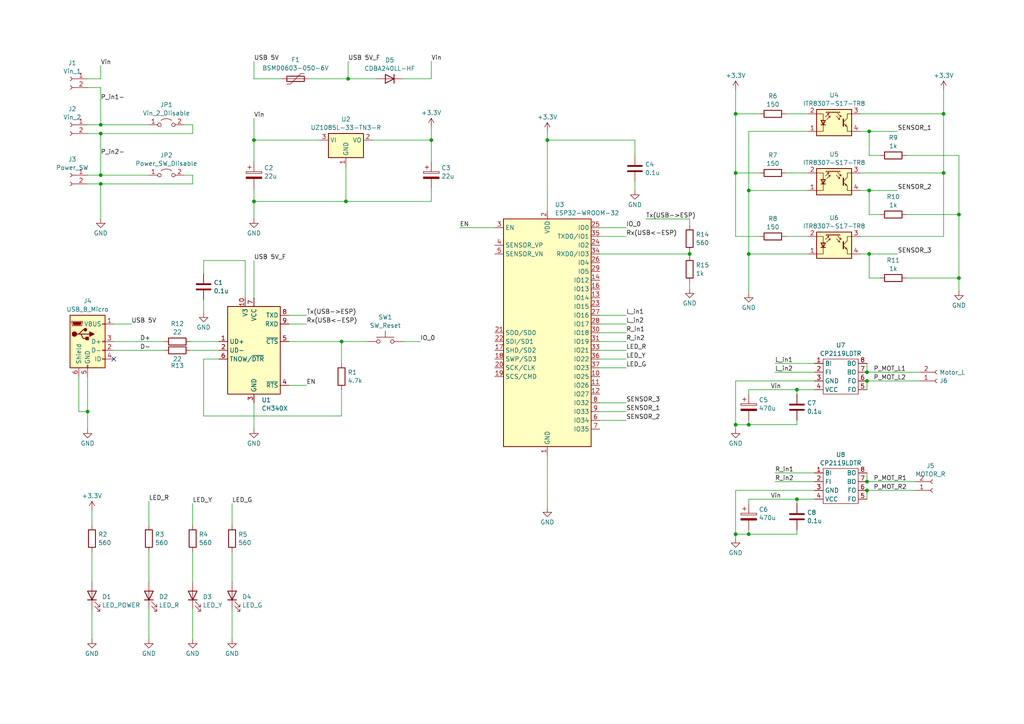
<source format=kicad_sch>
(kicad_sch (version 20230121) (generator eeschema)
  (paper "A4")
  (lib_symbols
    (symbol "Connector:Conn_01x02_Socket" (pin_names (offset 1.016) hide)
      (property "Reference" "J" (at 0 2.54 0))
      (property "Value" "Conn_01x02_Socket" (at 0 -5.08 0))
      (symbol "Conn_01x02_Socket_1_1"
        (arc (start 0 -2.032) (mid -0.5058 -2.54) (end 0 -3.048) (stroke (width 0.1524)))
        (polyline (pts (xy -1.27 -2.54) (xy -0.508 -2.54)) (stroke (width 0.1524)))
        (polyline (pts (xy -1.27 0) (xy -0.508 0)) (stroke (width 0.1524)))
        (arc (start 0 0.508) (mid -0.5058 0) (end 0 -0.508) (stroke (width 0.1524)))
        (pin passive line (at -5.08 0 0) (length 3.81) (name "Pin_1") (number "1"))
        (pin passive line (at -5.08 -2.54 0) (length 3.81) (name "Pin_2") (number "2"))
      )
    )
    (symbol "Connector:USB_B_Micro" (pin_names (offset 1.016))
      (property "Reference" "J" (at -5.08 11.43 0))
      (property "Value" "USB_B_Micro" (at -5.08 8.89 0))
      (symbol "USB_B_Micro_0_1"
        (rectangle (start -5.08 -7.62) (end 5.08 7.62) (stroke (width 0.254)) (fill (type background)))
        (circle (center -3.81 2.159) (radius 0.635) (stroke (width 0.254)) (fill (type outline)))
        (circle (center -0.635 3.429) (radius 0.381) (stroke (width 0.254)) (fill (type outline)))
        (rectangle (start -0.127 -7.62) (end 0.127 -6.858))
        (polyline (pts (xy -1.905 2.159) (xy 0.635 2.159)) (stroke (width 0.254)))
        (polyline (pts (xy -3.175 2.159) (xy -2.54 2.159) (xy -1.27 3.429) (xy -0.635 3.429)) (stroke (width 0.254)))
        (polyline (pts (xy -2.54 2.159) (xy -1.905 2.159) (xy -1.27 0.889) (xy 0 0.889)) (stroke (width 0.254)))
        (polyline (pts (xy 0.635 2.794) (xy 0.635 1.524) (xy 1.905 2.159) (xy 0.635 2.794)) (stroke (width 0.254)) (fill (type outline)))
        (polyline (pts (xy -4.318 5.588) (xy -1.778 5.588) (xy -2.032 4.826) (xy -4.064 4.826) (xy -4.318 5.588)) (fill (type outline)))
        (polyline (pts (xy -4.699 5.842) (xy -4.699 5.588) (xy -4.445 4.826) (xy -4.445 4.572) (xy -1.651 4.572) (xy -1.651 4.826) (xy -1.397 5.588) (xy -1.397 5.842) (xy -4.699 5.842)))
        (rectangle (start 0.254 1.27) (end -0.508 0.508) (stroke (width 0.254)) (fill (type outline)))
        (rectangle (start 5.08 -5.207) (end 4.318 -4.953))
        (rectangle (start 5.08 -2.667) (end 4.318 -2.413))
        (rectangle (start 5.08 -0.127) (end 4.318 0.127))
        (rectangle (start 5.08 4.953) (end 4.318 5.207))
      )
      (symbol "USB_B_Micro_1_1"
        (pin power_out line (at 7.62 5.08 180) (length 2.54) (name "VBUS") (number "1"))
        (pin bidirectional line (at 7.62 -2.54 180) (length 2.54) (name "D-") (number "2"))
        (pin bidirectional line (at 7.62 0 180) (length 2.54) (name "D+") (number "3"))
        (pin passive line (at 7.62 -5.08 180) (length 2.54) (name "ID") (number "4"))
        (pin power_out line (at 0 -10.16 90) (length 2.54) (name "GND") (number "5"))
        (pin passive line (at -2.54 -10.16 90) (length 2.54) (name "Shield") (number "6"))
      )
    )
    (symbol "Device:C" (pin_numbers hide) (pin_names (offset 0.254))
      (property "Reference" "C" (at 0.635 2.54 0))
      (property "Value" "C" (at 0.635 -2.54 0))
      (symbol "C_0_1"
        (polyline (pts (xy -2.032 -0.762) (xy 2.032 -0.762)) (stroke (width 0.508)))
        (polyline (pts (xy -2.032 0.762) (xy 2.032 0.762)) (stroke (width 0.508)))
      )
      (symbol "C_1_1"
        (pin passive line (at 0 3.81 270) (length 2.794) (name "~") (number "1"))
        (pin passive line (at 0 -3.81 90) (length 2.794) (name "~") (number "2"))
      )
    )
    (symbol "Device:C_Polarized" (pin_numbers hide) (pin_names (offset 0.254))
      (property "Reference" "C" (at 0.635 2.54 0))
      (property "Value" "C_Polarized" (at 0.635 -2.54 0))
      (symbol "C_Polarized_0_1"
        (rectangle (start -2.286 0.508) (end 2.286 1.016))
        (polyline (pts (xy -1.778 2.286) (xy -0.762 2.286)))
        (polyline (pts (xy -1.27 2.794) (xy -1.27 1.778)))
        (rectangle (start 2.286 -0.508) (end -2.286 -1.016) (fill (type outline)))
      )
      (symbol "C_Polarized_1_1"
        (pin passive line (at 0 3.81 270) (length 2.794) (name "~") (number "1"))
        (pin passive line (at 0 -3.81 90) (length 2.794) (name "~") (number "2"))
      )
    )
    (symbol "Device:D" (pin_numbers hide) (pin_names (offset 1.016) hide)
      (property "Reference" "D" (at 0 2.54 0))
      (property "Value" "D" (at 0 -2.54 0))
      (symbol "D_0_1"
        (polyline (pts (xy -1.27 1.27) (xy -1.27 -1.27)) (stroke (width 0.254)))
        (polyline (pts (xy 1.27 0) (xy -1.27 0)))
        (polyline (pts (xy 1.27 1.27) (xy 1.27 -1.27) (xy -1.27 0) (xy 1.27 1.27)) (stroke (width 0.254)))
      )
      (symbol "D_1_1"
        (pin passive line (at -3.81 0 0) (length 2.54) (name "K") (number "1"))
        (pin passive line (at 3.81 0 180) (length 2.54) (name "A") (number "2"))
      )
    )
    (symbol "Device:LED" (pin_numbers hide) (pin_names (offset 1.016) hide)
      (property "Reference" "D" (at 0 2.54 0))
      (property "Value" "LED" (at 0 -2.54 0))
      (symbol "LED_0_1"
        (polyline (pts (xy -1.27 -1.27) (xy -1.27 1.27)) (stroke (width 0.254)))
        (polyline (pts (xy -1.27 0) (xy 1.27 0)))
        (polyline (pts (xy 1.27 -1.27) (xy 1.27 1.27) (xy -1.27 0) (xy 1.27 -1.27)) (stroke (width 0.254)))
        (polyline (pts (xy -3.048 -0.762) (xy -4.572 -2.286) (xy -3.81 -2.286) (xy -4.572 -2.286) (xy -4.572 -1.524)))
        (polyline (pts (xy -1.778 -0.762) (xy -3.302 -2.286) (xy -2.54 -2.286) (xy -3.302 -2.286) (xy -3.302 -1.524)))
      )
      (symbol "LED_1_1"
        (pin passive line (at -3.81 0 0) (length 2.54) (name "K") (number "1"))
        (pin passive line (at 3.81 0 180) (length 2.54) (name "A") (number "2"))
      )
    )
    (symbol "Device:Polyfuse" (pin_numbers hide) (pin_names (offset 0))
      (property "Reference" "F" (at -2.54 0 90))
      (property "Value" "Polyfuse" (at 2.54 0 90))
      (symbol "Polyfuse_0_1"
        (rectangle (start -0.762 2.54) (end 0.762 -2.54) (stroke (width 0.254)))
        (polyline (pts (xy 0 2.54) (xy 0 -2.54)))
        (polyline (pts (xy -1.524 2.54) (xy -1.524 1.524) (xy 1.524 -1.524) (xy 1.524 -2.54)))
      )
      (symbol "Polyfuse_1_1"
        (pin passive line (at 0 3.81 270) (length 1.27) (name "~") (number "1"))
        (pin passive line (at 0 -3.81 90) (length 1.27) (name "~") (number "2"))
      )
    )
    (symbol "Device:R" (pin_numbers hide) (pin_names (offset 0))
      (property "Reference" "R" (at 2.032 0 90))
      (property "Value" "R" (at 0 0 90))
      (symbol "R_0_1"
        (rectangle (start -1.016 -2.54) (end 1.016 2.54) (stroke (width 0.254)))
      )
      (symbol "R_1_1"
        (pin passive line (at 0 3.81 270) (length 1.27) (name "~") (number "1"))
        (pin passive line (at 0 -3.81 90) (length 1.27) (name "~") (number "2"))
      )
    )
    (symbol "Interface_USB:CH340X"
      (property "Reference" "U" (at -5.08 13.97 0))
      (property "Value" "CH340X" (at 1.27 13.97 0))
      (symbol "CH340X_0_1"
        (rectangle (start -7.62 12.7) (end 7.62 -12.7) (stroke (width 0.254)) (fill (type background)))
      )
      (symbol "CH340X_1_1"
        (pin bidirectional line (at -10.16 2.54 0) (length 2.54) (name "UD+") (number "1"))
        (pin passive line (at -2.54 15.24 270) (length 2.54) (name "V3") (number "10"))
        (pin bidirectional line (at -10.16 0 0) (length 2.54) (name "UD-") (number "2"))
        (pin power_in line (at 0 -15.24 90) (length 2.54) (name "GND") (number "3"))
        (pin output line (at 10.16 -10.16 180) (length 2.54) (name "~{RTS}") (number "4"))
        (pin input line (at 10.16 2.54 180) (length 2.54) (name "~{CTS}") (number "5"))
        (pin output line (at -10.16 -2.54 0) (length 2.54) (name "TNOW/~{DTR}") (number "6"))
        (pin power_in line (at 0 15.24 270) (length 2.54) (name "VCC") (number "7"))
        (pin output line (at 10.16 10.16 180) (length 2.54) (name "TXD") (number "8"))
        (pin input line (at 10.16 7.62 180) (length 2.54) (name "RXD") (number "9"))
      )
    )
    (symbol "Jumper:Jumper_2_Open" (pin_names (offset 0) hide)
      (property "Reference" "JP" (at 0 2.794 0))
      (property "Value" "Jumper_2_Open" (at 0 -2.286 0))
      (symbol "Jumper_2_Open_0_0"
        (circle (center -2.032 0) (radius 0.508))
        (circle (center 2.032 0) (radius 0.508))
      )
      (symbol "Jumper_2_Open_0_1"
        (arc (start 1.524 1.27) (mid 0 1.778) (end -1.524 1.27))
      )
      (symbol "Jumper_2_Open_1_1"
        (pin passive line (at -5.08 0 0) (length 2.54) (name "A") (number "1"))
        (pin passive line (at 5.08 0 180) (length 2.54) (name "B") (number "2"))
      )
    )
    (symbol "RF_Module:ESP32-WROOM-32"
      (property "Reference" "U" (at -12.7 34.29 0))
      (property "Value" "ESP32-WROOM-32" (at 1.27 34.29 0))
      (symbol "ESP32-WROOM-32_0_1"
        (rectangle (start -12.7 33.02) (end 12.7 -33.02) (stroke (width 0.254)) (fill (type background)))
      )
      (symbol "ESP32-WROOM-32_1_1"
        (pin power_in line (at 0 -35.56 90) (length 2.54) (name "GND") (number "1"))
        (pin bidirectional line (at 15.24 -12.7 180) (length 2.54) (name "IO25") (number "10"))
        (pin bidirectional line (at 15.24 -15.24 180) (length 2.54) (name "IO26") (number "11"))
        (pin bidirectional line (at 15.24 -17.78 180) (length 2.54) (name "IO27") (number "12"))
        (pin bidirectional line (at 15.24 10.16 180) (length 2.54) (name "IO14") (number "13"))
        (pin bidirectional line (at 15.24 15.24 180) (length 2.54) (name "IO12") (number "14"))
        (pin passive line (at 0 -35.56 90) (length 2.54) hide (name "GND") (number "15"))
        (pin bidirectional line (at 15.24 12.7 180) (length 2.54) (name "IO13") (number "16"))
        (pin bidirectional line (at -15.24 -5.08 0) (length 2.54) (name "SHD/SD2") (number "17"))
        (pin bidirectional line (at -15.24 -7.62 0) (length 2.54) (name "SWP/SD3") (number "18"))
        (pin bidirectional line (at -15.24 -12.7 0) (length 2.54) (name "SCS/CMD") (number "19"))
        (pin power_in line (at 0 35.56 270) (length 2.54) (name "VDD") (number "2"))
        (pin bidirectional line (at -15.24 -10.16 0) (length 2.54) (name "SCK/CLK") (number "20"))
        (pin bidirectional line (at -15.24 0 0) (length 2.54) (name "SDO/SD0") (number "21"))
        (pin bidirectional line (at -15.24 -2.54 0) (length 2.54) (name "SDI/SD1") (number "22"))
        (pin bidirectional line (at 15.24 7.62 180) (length 2.54) (name "IO15") (number "23"))
        (pin bidirectional line (at 15.24 25.4 180) (length 2.54) (name "IO2") (number "24"))
        (pin bidirectional line (at 15.24 30.48 180) (length 2.54) (name "IO0") (number "25"))
        (pin bidirectional line (at 15.24 20.32 180) (length 2.54) (name "IO4") (number "26"))
        (pin bidirectional line (at 15.24 5.08 180) (length 2.54) (name "IO16") (number "27"))
        (pin bidirectional line (at 15.24 2.54 180) (length 2.54) (name "IO17") (number "28"))
        (pin bidirectional line (at 15.24 17.78 180) (length 2.54) (name "IO5") (number "29"))
        (pin input line (at -15.24 30.48 0) (length 2.54) (name "EN") (number "3"))
        (pin bidirectional line (at 15.24 0 180) (length 2.54) (name "IO18") (number "30"))
        (pin bidirectional line (at 15.24 -2.54 180) (length 2.54) (name "IO19") (number "31"))
        (pin no_connect line (at -12.7 -27.94 0) (length 2.54) hide (name "NC") (number "32"))
        (pin bidirectional line (at 15.24 -5.08 180) (length 2.54) (name "IO21") (number "33"))
        (pin bidirectional line (at 15.24 22.86 180) (length 2.54) (name "RXD0/IO3") (number "34"))
        (pin bidirectional line (at 15.24 27.94 180) (length 2.54) (name "TXD0/IO1") (number "35"))
        (pin bidirectional line (at 15.24 -7.62 180) (length 2.54) (name "IO22") (number "36"))
        (pin bidirectional line (at 15.24 -10.16 180) (length 2.54) (name "IO23") (number "37"))
        (pin passive line (at 0 -35.56 90) (length 2.54) hide (name "GND") (number "38"))
        (pin passive line (at 0 -35.56 90) (length 2.54) hide (name "GND") (number "39"))
        (pin input line (at -15.24 25.4 0) (length 2.54) (name "SENSOR_VP") (number "4"))
        (pin input line (at -15.24 22.86 0) (length 2.54) (name "SENSOR_VN") (number "5"))
        (pin input line (at 15.24 -25.4 180) (length 2.54) (name "IO34") (number "6"))
        (pin input line (at 15.24 -27.94 180) (length 2.54) (name "IO35") (number "7"))
        (pin bidirectional line (at 15.24 -20.32 180) (length 2.54) (name "IO32") (number "8"))
        (pin bidirectional line (at 15.24 -22.86 180) (length 2.54) (name "IO33") (number "9"))
      )
    )
    (symbol "Regulator_Linear:AP1117-33"
      (property "Reference" "U" (at -3.81 3.175 0))
      (property "Value" "AP1117-33" (at 0 3.175 0))
      (symbol "AP1117-33_0_1"
        (rectangle (start -5.08 -5.08) (end 5.08 1.905) (stroke (width 0.254)) (fill (type background)))
      )
      (symbol "AP1117-33_1_1"
        (pin power_in line (at 0 -7.62 90) (length 2.54) (name "GND") (number "1"))
        (pin power_out line (at 7.62 0 180) (length 2.54) (name "VO") (number "2"))
        (pin power_in line (at -7.62 0 0) (length 2.54) (name "VI") (number "3"))
      )
    )
    (symbol "Sensor_Proximity:ITR8307-S17-TR8" (pin_names (offset 0.0254) hide)
      (property "Reference" "U" (at -3.81 5.08 0))
      (property "Value" "ITR8307-S17-TR8" (at 15.24 5.08 0))
      (symbol "ITR8307-S17-TR8_0_1"
        (polyline (pts (xy -3.81 -0.635) (xy -2.54 -0.635)) (stroke (width 0.254)))
        (polyline (pts (xy -2.286 2.921) (xy -2.032 3.175)))
        (polyline (pts (xy -1.778 2.921) (xy -1.524 3.175)))
        (polyline (pts (xy -1.524 2.667) (xy -1.651 2.159)))
        (polyline (pts (xy -1.27 2.921) (xy -1.016 3.175)))
        (polyline (pts (xy -1.143 1.905) (xy -1.27 1.397)))
        (polyline (pts (xy -0.762 2.921) (xy -0.508 3.175)))
        (polyline (pts (xy -0.254 2.921) (xy 0 3.175)))
        (polyline (pts (xy 0.254 2.921) (xy 0.508 3.175)))
        (polyline (pts (xy 0.762 2.921) (xy 1.016 3.175)))
        (polyline (pts (xy 1.27 2.921) (xy 1.524 3.175)))
        (polyline (pts (xy 1.651 0.889) (xy 1.143 1.016)))
        (polyline (pts (xy 1.778 2.921) (xy -2.413 2.921)))
        (polyline (pts (xy 2.032 1.651) (xy 1.524 1.778)))
        (polyline (pts (xy 2.667 -0.127) (xy 3.81 -1.27)))
        (polyline (pts (xy 2.667 0.127) (xy 3.81 1.27)))
        (polyline (pts (xy -2.54 1.651) (xy -1.524 2.667) (xy -2.032 2.54)))
        (polyline (pts (xy -2.159 0.889) (xy -1.143 1.905) (xy -1.651 1.778)))
        (polyline (pts (xy 0.635 1.905) (xy 1.651 0.889) (xy 1.524 1.397)))
        (polyline (pts (xy 1.016 2.667) (xy 2.032 1.651) (xy 1.905 2.159)))
        (polyline (pts (xy 2.667 1.016) (xy 2.667 -1.016) (xy 2.667 -1.016)) (stroke (width 0.3556)))
        (polyline (pts (xy 3.81 -1.27) (xy 3.81 -2.54) (xy 5.08 -2.54)))
        (polyline (pts (xy 3.81 1.27) (xy 3.81 2.54) (xy 5.08 2.54)))
        (polyline (pts (xy -5.08 -2.54) (xy -3.175 -2.54) (xy -3.175 2.54) (xy -5.08 2.54)))
        (polyline (pts (xy -3.175 -0.635) (xy -3.81 0.635) (xy -2.54 0.635) (xy -3.175 -0.635)) (stroke (width 0.254)))
        (polyline (pts (xy 3.683 -1.143) (xy 3.429 -0.635) (xy 3.175 -0.889) (xy 3.683 -1.143)))
        (polyline (pts (xy -5.08 -3.81) (xy 5.08 -3.81) (xy 5.08 3.81) (xy -5.08 3.81) (xy -5.08 -3.81)) (stroke (width 0.254)) (fill (type background)))
      )
      (symbol "ITR8307-S17-TR8_1_1"
        (pin passive line (at -7.62 -2.54 0) (length 2.54) (name "K") (number "1"))
        (pin passive line (at -7.62 2.54 0) (length 2.54) (name "A") (number "2"))
        (pin open_collector line (at 7.62 2.54 180) (length 2.54) (name "~") (number "3"))
        (pin open_emitter line (at 7.62 -2.54 180) (length 2.54) (name "~") (number "4"))
      )
    )
    (symbol "Switch:SW_Omron_B3FS" (pin_numbers hide) (pin_names (offset 1.016) hide)
      (property "Reference" "SW" (at 1.27 2.54 0))
      (property "Value" "SW_Omron_B3FS" (at 0 -1.524 0))
      (symbol "SW_Omron_B3FS_0_1"
        (circle (center -2.032 0) (radius 0.508))
        (polyline (pts (xy 0 1.27) (xy 0 3.048)))
        (polyline (pts (xy 2.54 1.27) (xy -2.54 1.27)))
        (circle (center 2.032 0) (radius 0.508))
        (pin passive line (at -5.08 0 0) (length 2.54) (name "1") (number "1"))
        (pin passive line (at 5.08 0 180) (length 2.54) (name "2") (number "2"))
      )
    )
    (symbol "YY_LCSC:CP2119LDTR"
      (property "Reference" "U" (at -5.08 -8.89 0))
      (property "Value" "CP2119LDTR" (at -5.08 -6.35 0))
      (symbol "CP2119LDTR_0_1"
        (rectangle (start -5.08 5.08) (end 5.08 -5.08))
      )
      (symbol "CP2119LDTR_1_1"
        (pin input line (at -7.62 3.81 0) (length 2.54) (name "BI") (number "1"))
        (pin input line (at -7.62 1.27 0) (length 2.54) (name "FI") (number "2"))
        (pin input line (at -7.62 -1.27 0) (length 2.54) (name "GND") (number "3"))
        (pin input line (at -7.62 -3.81 0) (length 2.54) (name "VCC") (number "4"))
        (pin input line (at 7.62 -3.81 180) (length 2.54) (name "FO") (number "5"))
        (pin input line (at 7.62 -1.27 180) (length 2.54) (name "FO") (number "6"))
        (pin input line (at 7.62 1.27 180) (length 2.54) (name "BO") (number "7"))
        (pin input line (at 7.62 3.81 180) (length 2.54) (name "BO") (number "8"))
      )
    )
    (symbol "power:+3.3V" (power) (pin_names (offset 0))
      (property "Value" "+3.3V" (at 0 3.556 0))
      (symbol "+3.3V_0_1"
        (polyline (pts (xy -0.762 1.27) (xy 0 2.54)))
        (polyline (pts (xy 0 0) (xy 0 2.54)))
        (polyline (pts (xy 0 2.54) (xy 0.762 1.27)))
      )
      (symbol "+3.3V_1_1"
        (pin power_in line (at 0 0 90) (length 0) hide (name "+3.3V") (number "1"))
      )
    )
    (symbol "power:GND" (power) (pin_names (offset 0))
      (property "Value" "GND" (at 0 -3.81 0))
      (symbol "GND_0_1"
        (polyline (pts (xy 0 0) (xy 0 -1.27) (xy 1.27 -1.27) (xy 0 -2.54) (xy -1.27 -1.27) (xy 0 -1.27)))
      )
      (symbol "GND_1_1"
        (pin power_in line (at 0 0 270) (length 0) hide (name "GND") (number "1"))
      )
    )
  )
  (junction (at 29.21 50.8))
  (junction (at 213.36 33.02))
  (junction (at 278.13 80.645))
  (junction (at 158.75 40.64))
  (junction (at 217.17 55.245))
  (junction (at 231.14 113.03))
  (junction (at 251.46 139.7))
  (junction (at 251.46 142.24))
  (junction (at 251.46 110.49))
  (junction (at 252.095 73.66))
  (junction (at 73.66 40.64))
  (junction (at 273.685 50.165))
  (junction (at 99.06 99.06))
  (junction (at 29.21 38.735))
  (junction (at 29.21 36.195))
  (junction (at 100.965 22.86))
  (junction (at 100.33 58.42))
  (junction (at 231.14 144.78))
  (junction (at 25.4 119.38))
  (junction (at 29.21 53.34))
  (junction (at 252.095 38.1))
  (junction (at 125.095 40.64))
  (junction (at 200.025 73.66))
  (junction (at 251.46 107.95))
  (junction (at 252.095 55.245))
  (junction (at 217.17 73.66))
  (junction (at 217.17 154.94))
  (junction (at 213.36 123.19))
  (junction (at 273.685 33.02))
  (junction (at 213.36 154.94))
  (junction (at 278.13 62.23))
  (junction (at 73.66 58.42))
  (junction (at 213.36 50.165))
  (junction (at 217.17 123.19))
  (no_connect (at 33.02 104.14))
  (wire (pts (xy 73.66 40.64) (xy 73.66 46.99)))
  (wire (pts (xy 217.17 123.19) (xy 213.36 123.19)))
  (wire (pts (xy 173.99 91.44) (xy 181.61 91.44)))
  (wire (pts (xy 227.965 50.165) (xy 234.315 50.165)))
  (wire (pts (xy 29.21 50.8) (xy 25.4 50.8)))
  (wire (pts (xy 89.535 22.86) (xy 100.965 22.86)))
  (wire (pts (xy 22.86 109.22) (xy 22.86 119.38)))
  (wire (pts (xy 125.095 22.86) (xy 125.095 17.78)))
  (wire (pts (xy 231.14 154.94) (xy 217.17 154.94)))
  (wire (pts (xy 43.18 176.53) (xy 43.18 185.42)))
  (wire (pts (xy 262.89 80.645) (xy 278.13 80.645)))
  (wire (pts (xy 173.99 101.6) (xy 181.61 101.6)))
  (wire (pts (xy 231.14 153.67) (xy 231.14 154.94)))
  (wire (pts (xy 59.055 120.65) (xy 99.06 120.65)))
  (wire (pts (xy 63.5 104.14) (xy 59.055 104.14)))
  (wire (pts (xy 213.36 26.035) (xy 213.36 33.02)))
  (wire (pts (xy 26.67 176.53) (xy 26.67 185.42)))
  (wire (pts (xy 29.21 38.735) (xy 55.88 38.735)))
  (wire (pts (xy 59.055 104.14) (xy 59.055 120.65)))
  (wire (pts (xy 67.31 176.53) (xy 67.31 185.42)))
  (wire (pts (xy 173.99 121.92) (xy 181.61 121.92)))
  (wire (pts (xy 133.35 66.04) (xy 143.51 66.04)))
  (wire (pts (xy 234.315 38.1) (xy 217.17 38.1)))
  (wire (pts (xy 125.095 58.42) (xy 100.33 58.42)))
  (wire (pts (xy 249.555 68.58) (xy 273.685 68.58)))
  (wire (pts (xy 266.7 107.95) (xy 251.46 107.95)))
  (wire (pts (xy 73.66 116.84) (xy 73.66 124.46)))
  (wire (pts (xy 83.82 91.44) (xy 88.9 91.44)))
  (wire (pts (xy 278.13 62.23) (xy 278.13 80.645)))
  (wire (pts (xy 22.86 119.38) (xy 25.4 119.38)))
  (wire (pts (xy 29.21 50.8) (xy 43.18 50.8)))
  (wire (pts (xy 224.79 107.95) (xy 236.22 107.95)))
  (wire (pts (xy 217.17 38.1) (xy 217.17 55.245)))
  (wire (pts (xy 217.17 144.78) (xy 217.17 146.05)))
  (wire (pts (xy 252.095 45.085) (xy 252.095 38.1)))
  (wire (pts (xy 173.99 106.68) (xy 181.61 106.68)))
  (wire (pts (xy 213.36 110.49) (xy 213.36 123.19)))
  (wire (pts (xy 217.17 113.03) (xy 217.17 114.3)))
  (wire (pts (xy 213.36 123.19) (xy 213.36 124.46)))
  (wire (pts (xy 252.095 38.1) (xy 260.35 38.1)))
  (wire (pts (xy 29.21 53.34) (xy 29.21 63.5)))
  (wire (pts (xy 251.46 139.7) (xy 251.46 137.16)))
  (wire (pts (xy 265.43 139.7) (xy 251.46 139.7)))
  (wire (pts (xy 173.99 66.04) (xy 181.61 66.04)))
  (wire (pts (xy 59.055 86.995) (xy 59.055 90.805)))
  (wire (pts (xy 252.095 55.245) (xy 260.35 55.245)))
  (wire (pts (xy 251.46 107.95) (xy 251.46 105.41)))
  (wire (pts (xy 200.025 63.5) (xy 200.025 65.405)))
  (wire (pts (xy 99.06 120.65) (xy 99.06 113.03)))
  (wire (pts (xy 187.325 63.5) (xy 200.025 63.5)))
  (wire (pts (xy 25.4 109.22) (xy 25.4 119.38)))
  (wire (pts (xy 224.79 105.41) (xy 236.22 105.41)))
  (wire (pts (xy 73.66 22.86) (xy 81.915 22.86)))
  (wire (pts (xy 265.43 142.24) (xy 251.46 142.24)))
  (wire (pts (xy 53.34 50.8) (xy 55.88 50.8)))
  (wire (pts (xy 200.025 81.915) (xy 200.025 83.82)))
  (wire (pts (xy 213.36 110.49) (xy 236.22 110.49)))
  (wire (pts (xy 217.17 113.03) (xy 231.14 113.03)))
  (wire (pts (xy 73.66 58.42) (xy 73.66 63.5)))
  (wire (pts (xy 25.4 53.34) (xy 29.21 53.34)))
  (wire (pts (xy 255.27 62.23) (xy 252.095 62.23)))
  (wire (pts (xy 55.88 146.05) (xy 55.88 152.4)))
  (wire (pts (xy 231.14 113.03) (xy 236.22 113.03)))
  (wire (pts (xy 184.15 40.64) (xy 158.75 40.64)))
  (wire (pts (xy 249.555 50.165) (xy 273.685 50.165)))
  (wire (pts (xy 125.095 54.61) (xy 125.095 58.42)))
  (wire (pts (xy 71.12 75.565) (xy 59.055 75.565)))
  (wire (pts (xy 213.36 142.24) (xy 236.22 142.24)))
  (wire (pts (xy 173.99 116.84) (xy 181.61 116.84)))
  (wire (pts (xy 99.06 99.06) (xy 106.68 99.06)))
  (wire (pts (xy 55.88 36.195) (xy 55.88 38.735)))
  (wire (pts (xy 29.21 36.195) (xy 43.18 36.195)))
  (wire (pts (xy 213.36 50.165) (xy 213.36 68.58)))
  (wire (pts (xy 55.88 50.8) (xy 55.88 53.34)))
  (wire (pts (xy 249.555 55.245) (xy 252.095 55.245)))
  (wire (pts (xy 213.36 68.58) (xy 220.345 68.58)))
  (wire (pts (xy 262.89 45.085) (xy 278.13 45.085)))
  (wire (pts (xy 278.13 80.645) (xy 278.13 84.455)))
  (wire (pts (xy 200.025 73.025) (xy 200.025 73.66)))
  (wire (pts (xy 173.99 68.58) (xy 181.61 68.58)))
  (wire (pts (xy 251.46 142.24) (xy 251.46 144.78)))
  (wire (pts (xy 73.66 75.565) (xy 73.66 86.36)))
  (wire (pts (xy 100.33 48.26) (xy 100.33 58.42)))
  (wire (pts (xy 255.27 80.645) (xy 252.095 80.645)))
  (wire (pts (xy 213.36 154.94) (xy 213.36 156.21)))
  (wire (pts (xy 100.33 58.42) (xy 73.66 58.42)))
  (wire (pts (xy 73.66 17.78) (xy 73.66 22.86)))
  (wire (pts (xy 213.36 33.02) (xy 220.345 33.02)))
  (wire (pts (xy 33.02 99.06) (xy 47.625 99.06)))
  (wire (pts (xy 213.36 142.24) (xy 213.36 154.94)))
  (wire (pts (xy 73.66 40.64) (xy 92.71 40.64)))
  (wire (pts (xy 173.99 73.66) (xy 200.025 73.66)))
  (wire (pts (xy 173.99 99.06) (xy 181.61 99.06)))
  (wire (pts (xy 184.15 52.705) (xy 184.15 55.245)))
  (wire (pts (xy 231.14 123.19) (xy 217.17 123.19)))
  (wire (pts (xy 251.46 110.49) (xy 251.46 113.03)))
  (wire (pts (xy 227.965 33.02) (xy 234.315 33.02)))
  (wire (pts (xy 43.18 145.415) (xy 43.18 152.4)))
  (wire (pts (xy 173.99 104.14) (xy 181.61 104.14)))
  (wire (pts (xy 231.14 144.78) (xy 236.22 144.78)))
  (wire (pts (xy 29.21 22.86) (xy 25.4 22.86)))
  (wire (pts (xy 116.84 99.06) (xy 121.92 99.06)))
  (wire (pts (xy 217.17 144.78) (xy 231.14 144.78)))
  (wire (pts (xy 217.17 121.92) (xy 217.17 123.19)))
  (wire (pts (xy 273.685 50.165) (xy 273.685 68.58)))
  (wire (pts (xy 252.095 80.645) (xy 252.095 73.66)))
  (wire (pts (xy 55.88 176.53) (xy 55.88 185.42)))
  (wire (pts (xy 255.27 45.085) (xy 252.095 45.085)))
  (wire (pts (xy 173.99 96.52) (xy 181.61 96.52)))
  (wire (pts (xy 100.965 17.78) (xy 100.965 22.86)))
  (wire (pts (xy 29.21 25.4) (xy 29.21 36.195)))
  (wire (pts (xy 227.965 68.58) (xy 234.315 68.58)))
  (wire (pts (xy 55.88 160.02) (xy 55.88 168.91)))
  (wire (pts (xy 83.82 93.98) (xy 88.9 93.98)))
  (wire (pts (xy 200.025 73.66) (xy 200.025 74.295)))
  (wire (pts (xy 234.315 73.66) (xy 217.17 73.66)))
  (wire (pts (xy 33.02 93.98) (xy 38.1 93.98)))
  (wire (pts (xy 224.79 139.7) (xy 236.22 139.7)))
  (wire (pts (xy 29.21 53.34) (xy 55.88 53.34)))
  (wire (pts (xy 266.7 110.49) (xy 251.46 110.49)))
  (wire (pts (xy 107.95 40.64) (xy 125.095 40.64)))
  (wire (pts (xy 224.79 137.16) (xy 236.22 137.16)))
  (wire (pts (xy 25.4 38.735) (xy 29.21 38.735)))
  (wire (pts (xy 100.965 22.86) (xy 109.22 22.86)))
  (wire (pts (xy 99.06 105.41) (xy 99.06 99.06)))
  (wire (pts (xy 59.055 75.565) (xy 59.055 79.375)))
  (wire (pts (xy 217.17 73.66) (xy 217.17 85.09)))
  (wire (pts (xy 53.34 36.195) (xy 55.88 36.195)))
  (wire (pts (xy 158.75 38.1) (xy 158.75 40.64)))
  (wire (pts (xy 83.82 111.76) (xy 88.9 111.76)))
  (wire (pts (xy 273.685 33.02) (xy 273.685 50.165)))
  (wire (pts (xy 67.31 146.05) (xy 67.31 152.4)))
  (wire (pts (xy 29.21 36.195) (xy 25.4 36.195)))
  (wire (pts (xy 249.555 38.1) (xy 252.095 38.1)))
  (wire (pts (xy 217.17 55.245) (xy 217.17 73.66)))
  (wire (pts (xy 249.555 33.02) (xy 273.685 33.02)))
  (wire (pts (xy 173.99 119.38) (xy 181.61 119.38)))
  (wire (pts (xy 234.315 55.245) (xy 217.17 55.245)))
  (wire (pts (xy 213.36 50.165) (xy 220.345 50.165)))
  (wire (pts (xy 125.095 40.64) (xy 125.095 46.99)))
  (wire (pts (xy 262.89 62.23) (xy 278.13 62.23)))
  (wire (pts (xy 158.75 132.08) (xy 158.75 147.32)))
  (wire (pts (xy 213.36 33.02) (xy 213.36 50.165)))
  (wire (pts (xy 55.245 101.6) (xy 63.5 101.6)))
  (wire (pts (xy 29.21 19.05) (xy 29.21 22.86)))
  (wire (pts (xy 26.67 147.955) (xy 26.67 152.4)))
  (wire (pts (xy 83.82 99.06) (xy 99.06 99.06)))
  (wire (pts (xy 25.4 119.38) (xy 25.4 124.46)))
  (wire (pts (xy 273.685 33.02) (xy 273.685 26.035)))
  (wire (pts (xy 29.21 38.735) (xy 29.21 50.8)))
  (wire (pts (xy 73.66 34.29) (xy 73.66 40.64)))
  (wire (pts (xy 55.245 99.06) (xy 63.5 99.06)))
  (wire (pts (xy 252.095 73.66) (xy 260.35 73.66)))
  (wire (pts (xy 173.99 93.98) (xy 181.61 93.98)))
  (wire (pts (xy 73.66 58.42) (xy 73.66 54.61)))
  (wire (pts (xy 184.15 45.085) (xy 184.15 40.64)))
  (wire (pts (xy 25.4 25.4) (xy 29.21 25.4)))
  (wire (pts (xy 231.14 113.03) (xy 231.14 114.3)))
  (wire (pts (xy 43.18 160.02) (xy 43.18 168.91)))
  (wire (pts (xy 217.17 153.67) (xy 217.17 154.94)))
  (wire (pts (xy 125.095 36.83) (xy 125.095 40.64)))
  (wire (pts (xy 231.14 144.78) (xy 231.14 146.05)))
  (wire (pts (xy 158.75 40.64) (xy 158.75 60.96)))
  (wire (pts (xy 47.625 101.6) (xy 33.02 101.6)))
  (wire (pts (xy 252.095 62.23) (xy 252.095 55.245)))
  (wire (pts (xy 217.17 154.94) (xy 213.36 154.94)))
  (wire (pts (xy 67.31 160.02) (xy 67.31 168.91)))
  (wire (pts (xy 278.13 45.085) (xy 278.13 62.23)))
  (wire (pts (xy 231.14 121.92) (xy 231.14 123.19)))
  (wire (pts (xy 116.84 22.86) (xy 125.095 22.86)))
  (wire (pts (xy 26.67 160.02) (xy 26.67 168.91)))
  (wire (pts (xy 71.12 86.36) (xy 71.12 75.565)))
  (wire (pts (xy 249.555 73.66) (xy 252.095 73.66)))
  (label "LED_R" (at 43.18 145.415 0))
  (label "Vin" (at 223.52 144.78 0))
  (label "P_MOT_L1" (at 253.365 107.95 0))
  (label "Tx(USB->ESP)" (at 187.325 63.5 0))
  (label "SENSOR_3" (at 260.35 73.66 0))
  (label "Vin" (at 125.095 17.78 0))
  (label "IO_0" (at 121.92 99.06 0))
  (label "LED_Y" (at 181.61 104.14 0))
  (label "L_in1" (at 224.79 105.41 0))
  (label "LED_R" (at 181.61 101.6 0))
  (label "R_in2" (at 224.79 139.7 0))
  (label "R_in1" (at 224.79 137.16 0))
  (label "L_in2" (at 224.79 107.95 0))
  (label "SENSOR_1" (at 260.35 38.1 0))
  (label "Vin" (at 73.66 34.29 0))
  (label "Rx(USB<-ESP)" (at 88.9 93.98 0))
  (label "SENSOR_2" (at 181.61 121.92 0))
  (label "IO_0" (at 181.61 66.04 0))
  (label "SENSOR_1" (at 181.61 119.38 0))
  (label "P_MOT_R2" (at 253.365 142.24 0))
  (label "Tx(USB->ESP)" (at 88.9 91.44 0))
  (label "R_in1" (at 181.61 96.52 0))
  (label "Vin" (at 29.21 19.05 0))
  (label "EN" (at 133.35 66.04 0))
  (label "USB 5V_F" (at 73.66 75.565 0))
  (label "EN" (at 88.9 111.76 0))
  (label "D-" (at 40.64 101.6 0))
  (label "P_MOT_R1" (at 253.365 139.7 0))
  (label "P_in2-" (at 29.21 45.085 0))
  (label "R_in2" (at 181.61 99.06 0))
  (label "Rx(USB<-ESP)" (at 181.61 68.58 0))
  (label "LED_Y" (at 55.88 146.05 0))
  (label "D+" (at 40.64 99.06 0))
  (label "P_MOT_L2" (at 253.365 110.49 0))
  (label "USB 5V_F" (at 100.965 17.78 0))
  (label "L_in2" (at 181.61 93.98 0))
  (label "Vin" (at 223.52 113.03 0))
  (label "P_in1-" (at 29.21 29.21 0))
  (label "SENSOR_2" (at 260.35 55.245 0))
  (label "SENSOR_3" (at 181.61 116.84 0))
  (label "USB 5V" (at 73.66 17.78 0))
  (label "LED_G" (at 67.31 146.05 0))
  (label "USB 5V" (at 38.1 93.98 0))
  (label "L_in1" (at 181.61 91.44 0))
  (label "LED_G" (at 181.61 106.68 0))
  (symbol (lib_id "power:GND") (at 73.66 124.46 0) (unit 1)
    (property "Reference" "#PWR010" (effects hide))
    (property "Value" "GND" (at 73.66 128.5931 0))
  )
  (symbol (lib_id "power:GND") (at 43.18 185.42 0) (unit 1)
    (property "Reference" "#PWR05" (effects hide))
    (property "Value" "GND" (at 43.18 189.5531 0))
  )
  (symbol (lib_id "Device:C_Polarized") (at 217.17 149.86 0) (unit 1)
    (property "Reference" "C6" (at 220.091 147.7589 0) (effects (justify left)))
    (property "Value" "470u" (at 220.091 150.1831 0) (effects (justify left)))
    (property "Footprint" "Capacitor_THT:CP_Radial_D8.0mm_P3.50mm" (effects hide))
    (property "LCSC" "x" (effects hide))
  )
  (symbol (lib_id "Jumper:Jumper_2_Open") (at 48.26 36.195 0) (unit 1)
    (property "Reference" "JP1" (at 48.26 30.3997 0))
    (property "Value" "Vin_2_DIisable" (at 48.26 32.8239 0))
    (property "Footprint" "Jumper:SolderJumper-2_P1.3mm_Open_RoundedPad1.0x1.5mm" (effects hide))
    (property "LCSC" "x" (effects hide))
  )
  (symbol (lib_id "Connector:Conn_01x02_Socket") (at 20.32 22.86 0) (mirror y) (unit 1)
    (property "Reference" "J1" (at 20.955 18.2585 0))
    (property "Value" "Vin_1" (at 20.955 20.6827 0))
    (property "Footprint" "Connector_JST:JST_PH_B2B-PH-K_1x02_P2.00mm_Vertical" (effects hide))
    (property "LCSC" "C160352" (effects hide))
  )
  (symbol (lib_id "Sensor_Proximity:ITR8307-S17-TR8") (at 241.935 52.705 0) (unit 1)
    (property "Reference" "U5" (at 241.935 44.7507 0))
    (property "Value" "ITR8307-S17-TR8" (at 241.935 47.1749 0))
    (property "Footprint" "OptoDevice:Everlight_ITR1201SR10AR" (effects hide))
    (property "Datasheet" "https://datasheet.lcsc.com/szlcsc/1810010232_Everlight-Elec-ITR8307-S17-TR8-B_C81632.pdf" (effects hide))
    (property "LCSC" "C81632" (effects hide))
  )
  (symbol (lib_id "Device:R") (at 51.435 101.6 90) (unit 1)
    (property "Reference" "R13" (at 51.435 106.045 90))
    (property "Value" "22" (at 51.435 104.14 90))
    (property "Footprint" "Resistor_SMD:R_0402_1005Metric" (effects hide))
    (property "LCSC" "C400511" (effects hide))
  )
  (symbol (lib_id "power:GND") (at 26.67 185.42 0) (unit 1)
    (property "Reference" "#PWR03" (effects hide))
    (property "Value" "GND" (at 26.67 189.5531 0))
  )
  (symbol (lib_id "Device:R") (at 259.08 62.23 90) (unit 1)
    (property "Reference" "R10" (at 259.08 57.0697 90))
    (property "Value" "1k" (at 259.08 59.4939 90))
    (property "Footprint" "Resistor_SMD:R_0402_1005Metric" (effects hide))
    (property "LCSC" "C159872" (effects hide))
  )
  (symbol (lib_id "Device:LED") (at 43.18 172.72 90) (unit 1)
    (property "Reference" "D2" (at 46.101 173.0954 90) (effects (justify right)))
    (property "Value" "LED_R" (at 46.101 175.5196 90) (effects (justify right)))
    (property "Footprint" "LED_THT:LED_D3.0mm" (effects hide))
    (property "LCSC" "x" (effects hide))
  )
  (symbol (lib_id "Connector:Conn_01x02_Socket") (at 270.51 142.24 0) (mirror x) (unit 1)
    (property "Reference" "J5" (at 269.875 135.0985 0))
    (property "Value" "MOTOR_R" (at 269.875 137.5227 0))
    (property "Footprint" "TerminalBlock:TerminalBlock_bornier-2_P5.08mm" (effects hide))
    (property "LCSC" "C8465" (effects hide))
  )
  (symbol (lib_id "power:GND") (at 25.4 124.46 0) (unit 1)
    (property "Reference" "#PWR01" (effects hide))
    (property "Value" "GND" (at 25.4 128.5931 0))
  )
  (symbol (lib_id "power:GND") (at 217.17 85.09 0) (unit 1)
    (property "Reference" "#PWR018" (effects hide))
    (property "Value" "GND" (at 217.17 89.2231 0))
  )
  (symbol (lib_id "power:+3.3V") (at 213.36 26.035 0) (unit 1)
    (property "Reference" "#PWR015" (effects hide))
    (property "Value" "+3.3V" (at 213.36 21.9019 0))
  )
  (symbol (lib_id "Device:LED") (at 55.88 172.72 90) (unit 1)
    (property "Reference" "D3" (at 58.801 173.0954 90) (effects (justify right)))
    (property "Value" "LED_Y" (at 58.801 175.5196 90) (effects (justify right)))
    (property "Footprint" "LED_THT:LED_D3.0mm" (effects hide))
    (property "LCSC" "x" (effects hide))
  )
  (symbol (lib_id "Connector:USB_B_Micro") (at 25.4 99.06 0) (unit 1)
    (property "Reference" "J4" (at 25.4 87.2957 0))
    (property "Value" "USB_B_Micro" (at 25.4 89.7199 0))
    (property "Footprint" "Connector_USB:USB_Micro-B_Amphenol_10103594-0001LF_Horizontal" (effects hide))
    (property "LCSC" "C428495" (effects hide))
  )
  (symbol (lib_id "power:GND") (at 29.21 63.5 0) (unit 1)
    (property "Reference" "#PWR04" (effects hide))
    (property "Value" "GND" (at 29.21 67.6331 0))
  )
  (symbol (lib_id "Device:R") (at 224.155 33.02 270) (unit 1)
    (property "Reference" "R6" (at 224.155 27.8597 90))
    (property "Value" "150" (at 224.155 30.2839 90))
    (property "Footprint" "Resistor_SMD:R_0402_1005Metric" (effects hide))
    (property "LCSC" "C159952" (effects hide))
  )
  (symbol (lib_id "power:GND") (at 55.88 185.42 0) (unit 1)
    (property "Reference" "#PWR06" (effects hide))
    (property "Value" "GND" (at 55.88 189.5531 0))
  )
  (symbol (lib_id "Device:C_Polarized") (at 217.17 118.11 0) (unit 1)
    (property "Reference" "C5" (at 220.091 116.0089 0) (effects (justify left)))
    (property "Value" "470u" (at 220.091 118.4331 0) (effects (justify left)))
    (property "Footprint" "Capacitor_THT:CP_Radial_D8.0mm_P3.50mm" (effects hide))
    (property "LCSC" "x" (effects hide))
  )
  (symbol (lib_id "Device:R") (at 200.025 78.105 0) (unit 1)
    (property "Reference" "R15" (at 201.803 76.8929 0) (effects (justify left)))
    (property "Value" "1k" (at 201.803 79.3171 0) (effects (justify left)))
    (property "Footprint" "Resistor_SMD:R_0402_1005Metric" (effects hide))
    (property "LCSC" "C159872" (effects hide))
  )
  (symbol (lib_id "Device:R") (at 200.025 69.215 0) (unit 1)
    (property "Reference" "R14" (at 201.803 68.0029 0) (effects (justify left)))
    (property "Value" "560" (at 201.803 70.4271 0) (effects (justify left)))
    (property "Footprint" "Resistor_SMD:R_0402_1005Metric" (effects hide))
    (property "LCSC" "C427239" (effects hide))
  )
  (symbol (lib_id "Device:LED") (at 67.31 172.72 90) (unit 1)
    (property "Reference" "D4" (at 70.231 173.0954 90) (effects (justify right)))
    (property "Value" "LED_G" (at 70.231 175.5196 90) (effects (justify right)))
    (property "Footprint" "LED_THT:LED_D3.0mm" (effects hide))
    (property "LCSC" "x" (effects hide))
  )
  (symbol (lib_id "power:GND") (at 73.66 63.5 0) (unit 1)
    (property "Reference" "#PWR09" (effects hide))
    (property "Value" "GND" (at 73.66 67.6331 0))
  )
  (symbol (lib_id "power:+3.3V") (at 26.67 147.955 0) (unit 1)
    (property "Reference" "#PWR02" (effects hide))
    (property "Value" "+3.3V" (at 26.67 143.8219 0))
  )
  (symbol (lib_id "Device:R") (at 67.31 156.21 0) (unit 1)
    (property "Reference" "R5" (at 69.088 154.9979 0) (effects (justify left)))
    (property "Value" "560" (at 69.088 157.4221 0) (effects (justify left)))
    (property "Footprint" "Resistor_SMD:R_0402_1005Metric" (effects hide))
    (property "LCSC" "C427239" (effects hide))
  )
  (symbol (lib_id "Device:C") (at 231.14 118.11 0) (unit 1)
    (property "Reference" "C7" (at 234.061 116.8979 0) (effects (justify left)))
    (property "Value" "0.1u" (at 234.061 119.3221 0) (effects (justify left)))
    (property "Footprint" "Capacitor_SMD:C_0402_1005Metric" (effects hide))
    (property "LCSC" "C77020" (effects hide))
  )
  (symbol (lib_id "Jumper:Jumper_2_Open") (at 48.26 50.8 0) (unit 1)
    (property "Reference" "JP2" (at 48.26 45.0047 0))
    (property "Value" "Power_SW_DIisable" (at 48.26 47.4289 0))
    (property "Footprint" "Jumper:SolderJumper-2_P1.3mm_Open_RoundedPad1.0x1.5mm" (effects hide))
    (property "LCSC" "x" (effects hide))
  )
  (symbol (lib_id "Device:R") (at 259.08 80.645 90) (unit 1)
    (property "Reference" "R11" (at 259.08 75.4847 90))
    (property "Value" "1k" (at 259.08 77.9089 90))
    (property "Footprint" "Resistor_SMD:R_0402_1005Metric" (effects hide))
    (property "LCSC" "C159872" (effects hide))
  )
  (symbol (lib_id "Device:R") (at 224.155 68.58 270) (unit 1)
    (property "Reference" "R8" (at 224.155 63.4197 90))
    (property "Value" "150" (at 224.155 65.8439 90))
    (property "Footprint" "Resistor_SMD:R_0402_1005Metric" (effects hide))
    (property "LCSC" "C159952" (effects hide))
  )
  (symbol (lib_id "Regulator_Linear:AP1117-33") (at 100.33 40.64 0) (unit 1)
    (property "Reference" "U2" (at 100.33 34.5907 0))
    (property "Value" "UZ1085L-33-TN3-R" (at 100.33 37.0149 0))
    (property "Footprint" "Package_TO_SOT_SMD:TO-252-2" (effects hide))
    (property "Datasheet" "https://www.lcsc.com/datasheet/lcsc_datasheet_2304140030_UTC-Unisonic-Tech-UZ1085L-33-TN3-R_C125622.pdf" (effects hide))
    (property "LCSC" "C125622" (effects hide))
  )
  (symbol (lib_id "Device:C") (at 59.055 83.185 0) (unit 1)
    (property "Reference" "C1" (at 61.976 81.9729 0) (effects (justify left)))
    (property "Value" "0.1u" (at 61.976 84.3971 0) (effects (justify left)))
    (property "Footprint" "Capacitor_SMD:C_0402_1005Metric" (effects hide))
    (property "LCSC" "C77020" (effects hide))
  )
  (symbol (lib_id "power:+3.3V") (at 125.095 36.83 0) (unit 1)
    (property "Reference" "#PWR011" (effects hide))
    (property "Value" "+3.3V" (at 125.095 32.6969 0))
  )
  (symbol (lib_id "power:GND") (at 213.36 124.46 0) (unit 1)
    (property "Reference" "#PWR016" (effects hide))
    (property "Value" "GND" (at 213.36 128.5931 0))
  )
  (symbol (lib_id "power:GND") (at 184.15 55.245 0) (unit 1)
    (property "Reference" "#PWR014" (effects hide))
    (property "Value" "GND" (at 184.15 59.3781 0))
  )
  (symbol (lib_id "Device:R") (at 259.08 45.085 90) (unit 1)
    (property "Reference" "R9" (at 259.08 39.9247 90))
    (property "Value" "1k" (at 259.08 42.3489 90))
    (property "Footprint" "Resistor_SMD:R_0402_1005Metric" (effects hide))
    (property "LCSC" "C159872" (effects hide))
  )
  (symbol (lib_id "power:GND") (at 59.055 90.805 0) (unit 1)
    (property "Reference" "#PWR07" (effects hide))
    (property "Value" "GND" (at 59.055 94.9381 0))
  )
  (symbol (lib_id "Device:C") (at 184.15 48.895 0) (unit 1)
    (property "Reference" "C4" (at 187.071 47.6829 0) (effects (justify left)))
    (property "Value" "0.1u" (at 187.071 50.1071 0) (effects (justify left)))
    (property "Footprint" "Capacitor_SMD:C_0402_1005Metric" (effects hide))
    (property "LCSC" "C77020" (effects hide))
  )
  (symbol (lib_id "Connector:Conn_01x02_Socket") (at 271.78 110.49 0) (mirror x) (unit 1)
    (property "Reference" "J6" (at 272.4912 110.4321 0) (effects (justify left)))
    (property "Value" "Motor_L" (at 272.4912 108.0079 0) (effects (justify left)))
    (property "Footprint" "TerminalBlock:TerminalBlock_bornier-2_P5.08mm" (effects hide))
    (property "LCSC" "C8465" (effects hide))
  )
  (symbol (lib_id "Sensor_Proximity:ITR8307-S17-TR8") (at 241.935 71.12 0) (unit 1)
    (property "Reference" "U6" (at 241.935 63.1657 0))
    (property "Value" "ITR8307-S17-TR8" (at 241.935 65.5899 0))
    (property "Footprint" "OptoDevice:Everlight_ITR1201SR10AR" (effects hide))
    (property "Datasheet" "https://datasheet.lcsc.com/szlcsc/1810010232_Everlight-Elec-ITR8307-S17-TR8-B_C81632.pdf" (effects hide))
    (property "LCSC" "C81632" (effects hide))
  )
  (symbol (lib_id "power:GND") (at 158.75 147.32 0) (unit 1)
    (property "Reference" "#PWR013" (effects hide))
    (property "Value" "GND" (at 158.75 151.4531 0))
  )
  (symbol (lib_id "Connector:Conn_01x02_Socket") (at 20.32 50.8 0) (mirror y) (unit 1)
    (property "Reference" "J3" (at 20.955 46.1985 0))
    (property "Value" "Power_SW" (at 20.955 48.6227 0))
    (property "Footprint" "Connector_JST:JST_PH_B2B-PH-K_1x02_P2.00mm_Vertical" (effects hide))
    (property "LCSC" "C160352" (effects hide))
  )
  (symbol (lib_id "power:GND") (at 278.13 84.455 0) (unit 1)
    (property "Reference" "#PWR020" (effects hide))
    (property "Value" "GND" (at 278.13 88.5881 0))
  )
  (symbol (lib_id "power:GND") (at 213.36 156.21 0) (unit 1)
    (property "Reference" "#PWR017" (effects hide))
    (property "Value" "GND" (at 213.36 160.3431 0))
  )
  (symbol (lib_id "RF_Module:ESP32-WROOM-32") (at 158.75 96.52 0) (unit 1)
    (property "Reference" "U3" (at 160.9441 59.3557 0) (effects (justify left)))
    (property "Value" "ESP32-WROOM-32" (at 160.9441 61.7799 0) (effects (justify left)))
    (property "Footprint" "RF_Module:ESP32-WROOM-32" (effects hide))
    (property "Datasheet" "https://www.espressif.com/sites/default/files/documentation/esp32-wroom-32_datasheet_en.pdf" (effects hide))
    (property "LCSC" "-" (effects hide))
  )
  (symbol (lib_id "YY_LCSC:CP2119LDTR") (at 243.84 109.22 0) (unit 1)
    (property "Reference" "U7" (at 243.84 100.1227 0))
    (property "Value" "CP2119LDTR" (at 243.84 102.5469 0))
    (property "Footprint" "Package_SO:SOP-8_3.9x4.9mm_P1.27mm" (effects hide))
    (property "Datasheet" "https://www.lcsc.com/datasheet/lcsc_datasheet_2504101957_XBLW-CP2119LDTR-XBLW_C42395498.pdf" (effects hide))
    (property "LCSC" "C42395498" (effects hide))
  )
  (symbol (lib_id "Device:R") (at 26.67 156.21 0) (unit 1)
    (property "Reference" "R2" (at 28.448 154.9979 0) (effects (justify left)))
    (property "Value" "560" (at 28.448 157.4221 0) (effects (justify left)))
    (property "Footprint" "Resistor_SMD:R_0402_1005Metric" (effects hide))
    (property "LCSC" "C427239" (effects hide))
  )
  (symbol (lib_id "Connector:Conn_01x02_Socket") (at 20.32 36.195 0) (mirror y) (unit 1)
    (property "Reference" "J2" (at 20.955 31.5935 0))
    (property "Value" "Vin_2" (at 20.955 34.0177 0))
    (property "Footprint" "Connector_JST:JST_PH_B2B-PH-K_1x02_P2.00mm_Vertical" (effects hide))
    (property "LCSC" "C160352" (effects hide))
  )
  (symbol (lib_id "power:+3.3V") (at 273.685 26.035 0) (unit 1)
    (property "Reference" "#PWR019" (effects hide))
    (property "Value" "+3.3V" (at 273.685 21.9019 0))
  )
  (symbol (lib_id "Device:C") (at 231.14 149.86 0) (unit 1)
    (property "Reference" "C8" (at 234.061 148.6479 0) (effects (justify left)))
    (property "Value" "0.1u" (at 234.061 151.0721 0) (effects (justify left)))
    (property "Footprint" "Capacitor_SMD:C_0402_1005Metric" (effects hide))
    (property "LCSC" "C77020" (effects hide))
  )
  (symbol (lib_id "Device:C_Polarized") (at 125.095 50.8 0) (unit 1)
    (property "Reference" "C3" (at 128.016 48.6989 0) (effects (justify left)))
    (property "Value" "22u" (at 128.016 51.1231 0) (effects (justify left)))
    (property "Footprint" "Capacitor_SMD:CP_Elec_6.3x5.4" (effects hide))
    (property "LCSC" "C131161" (effects hide))
  )
  (symbol (lib_id "Interface_USB:CH340X") (at 73.66 101.6 0) (unit 1)
    (property "Reference" "U1" (at 75.8541 116.0201 0) (effects (justify left)))
    (property "Value" "CH340X" (at 75.8541 118.4443 0) (effects (justify left)))
    (property "Footprint" "Package_SO:MSOP-10_3x3mm_P0.5mm" (effects hide))
    (property "Datasheet" "https://cdn.sparkfun.com/assets/5/0/a/8/5/CH340DS1.PDF" (effects hide))
    (property "LCSC" "C3035748" (effects hide))
  )
  (symbol (lib_id "Device:C_Polarized") (at 73.66 50.8 0) (unit 1)
    (property "Reference" "C2" (at 76.581 48.6989 0) (effects (justify left)))
    (property "Value" "22u" (at 76.581 51.1231 0) (effects (justify left)))
    (property "Footprint" "Capacitor_SMD:CP_Elec_6.3x5.4" (effects hide))
    (property "LCSC" "C131161" (effects hide))
  )
  (symbol (lib_id "Device:R") (at 99.06 109.22 0) (unit 1)
    (property "Reference" "R1" (at 100.838 108.0079 0) (effects (justify left)))
    (property "Value" "4.7k" (at 100.838 110.4321 0) (effects (justify left)))
    (property "Footprint" "Resistor_SMD:R_0402_1005Metric" (effects hide))
    (property "LCSC" "C159885" (effects hide))
  )
  (symbol (lib_id "Device:LED") (at 26.67 172.72 90) (unit 1)
    (property "Reference" "D1" (at 29.591 173.0954 90) (effects (justify right)))
    (property "Value" "LED_POWER" (at 29.591 175.5196 90) (effects (justify right)))
    (property "Footprint" "LED_THT:LED_D3.0mm" (effects hide))
    (property "LCSC" "x" (effects hide))
  )
  (symbol (lib_id "YY_LCSC:CP2119LDTR") (at 243.84 140.97 0) (unit 1)
    (property "Reference" "U8" (at 243.84 131.8727 0))
    (property "Value" "CP2119LDTR" (at 243.84 134.2969 0))
    (property "Footprint" "Package_SO:SOP-8_3.9x4.9mm_P1.27mm" (effects hide))
    (property "Datasheet" "https://www.lcsc.com/datasheet/lcsc_datasheet_2504101957_XBLW-CP2119LDTR-XBLW_C42395498.pdf" (effects hide))
    (property "LCSC" "C42395498" (effects hide))
  )
  (symbol (lib_id "Device:Polyfuse") (at 85.725 22.86 90) (unit 1)
    (property "Reference" "F1" (at 85.725 17.3187 90))
    (property "Value" "BSMD0603-050-6V\n" (at 85.725 19.7429 90))
    (property "Footprint" "Fuse:Fuse_0603_1608Metric" (effects hide))
    (property "LCSC" "C883095" (effects hide))
  )
  (symbol (lib_id "Sensor_Proximity:ITR8307-S17-TR8") (at 241.935 35.56 0) (unit 1)
    (property "Reference" "U4" (at 241.935 27.6057 0))
    (property "Value" "ITR8307-S17-TR8" (at 241.935 30.0299 0))
    (property "Footprint" "OptoDevice:Everlight_ITR1201SR10AR" (effects hide))
    (property "Datasheet" "https://datasheet.lcsc.com/szlcsc/1810010232_Everlight-Elec-ITR8307-S17-TR8-B_C81632.pdf" (effects hide))
    (property "LCSC" "C81632" (effects hide))
  )
  (symbol (lib_id "Device:R") (at 55.88 156.21 0) (unit 1)
    (property "Reference" "R4" (at 57.658 154.9979 0) (effects (justify left)))
    (property "Value" "560" (at 57.658 157.4221 0) (effects (justify left)))
    (property "Footprint" "Resistor_SMD:R_0402_1005Metric" (effects hide))
    (property "LCSC" "C427239" (effects hide))
  )
  (symbol (lib_id "Device:R") (at 224.155 50.165 270) (unit 1)
    (property "Reference" "R7" (at 224.155 45.0047 90))
    (property "Value" "150" (at 224.155 47.4289 90))
    (property "Footprint" "Resistor_SMD:R_0402_1005Metric" (effects hide))
    (property "LCSC" "C159952" (effects hide))
  )
  (symbol (lib_id "power:GND") (at 67.31 185.42 0) (unit 1)
    (property "Reference" "#PWR08" (effects hide))
    (property "Value" "GND" (at 67.31 189.5531 0))
  )
  (symbol (lib_id "Device:D") (at 113.03 22.86 180) (unit 1)
    (property "Reference" "D5" (at 113.03 17.4457 0))
    (property "Value" "CDBA240LL-HF" (at 113.03 19.8699 0))
    (property "Footprint" "Diode_SMD:D_SMA" (effects hide))
    (property "Sim.Device" "D" (effects hide))
    (property "Sim.Pins" "1=K 2=A" (effects hide))
    (property "LCSC" "C2886093" (effects hide))
  )
  (symbol (lib_id "power:GND") (at 200.025 83.82 0) (unit 1)
    (property "Reference" "#PWR021" (effects hide))
    (property "Value" "GND" (at 200.025 87.9531 0))
  )
  (symbol (lib_id "Switch:SW_Omron_B3FS") (at 111.76 99.06 0) (unit 1)
    (property "Reference" "SW1" (at 111.76 91.9947 0))
    (property "Value" "SW_Reset" (at 111.76 94.4189 0))
    (property "Footprint" "Button_Switch_SMD:SW_Push_1P1T_XKB_TS-1187A" (effects hide))
    (property "Datasheet" "https://omronfs.omron.com/en_US/ecb/products/pdf/en-b3fs.pdf" (effects hide))
    (property "LCSC" "C318884" (effects hide))
  )
  (symbol (lib_id "Device:R") (at 51.435 99.06 90) (unit 1)
    (property "Reference" "R12" (at 51.435 93.8997 90))
    (property "Value" "22" (at 51.435 96.3239 90))
    (property "Footprint" "Resistor_SMD:R_0402_1005Metric" (effects hide))
    (property "LCSC" "C400511" (effects hide))
  )
  (symbol (lib_id "power:+3.3V") (at 158.75 38.1 0) (unit 1)
    (property "Reference" "#PWR012" (effects hide))
    (property "Value" "+3.3V" (at 158.75 33.9669 0))
  )
  (symbol (lib_id "Device:R") (at 43.18 156.21 0) (unit 1)
    (property "Reference" "R3" (at 44.958 154.9979 0) (effects (justify left)))
    (property "Value" "560" (at 44.958 157.4221 0) (effects (justify left)))
    (property "Footprint" "Resistor_SMD:R_0402_1005Metric" (effects hide))
    (property "LCSC" "C427239" (effects hide))
  )
)
</source>
